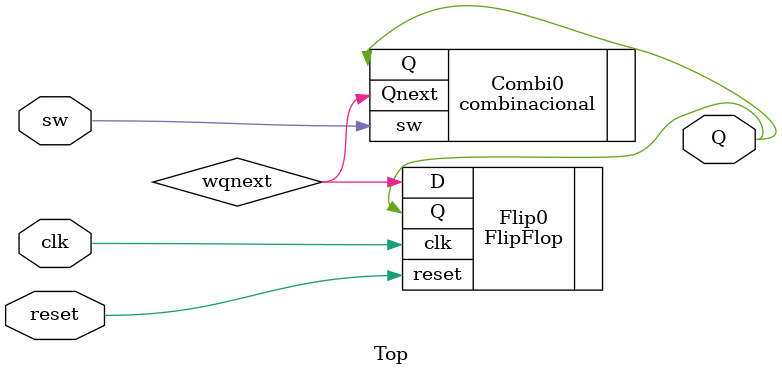
<source format=v>
`timescale 1ns / 1ps
module Top(
    input sw,
    input clk,
    input reset,
    output Q
    );
	 
	 wire wqnext;
	 
	 FlipFlop Flip0 (.D(wqnext), .Q(Q), .clk(clk), . reset(reset));
	 
	 combinacional Combi0(.sw(sw),.Q(Q),.Qnext(wqnext));


endmodule

</source>
